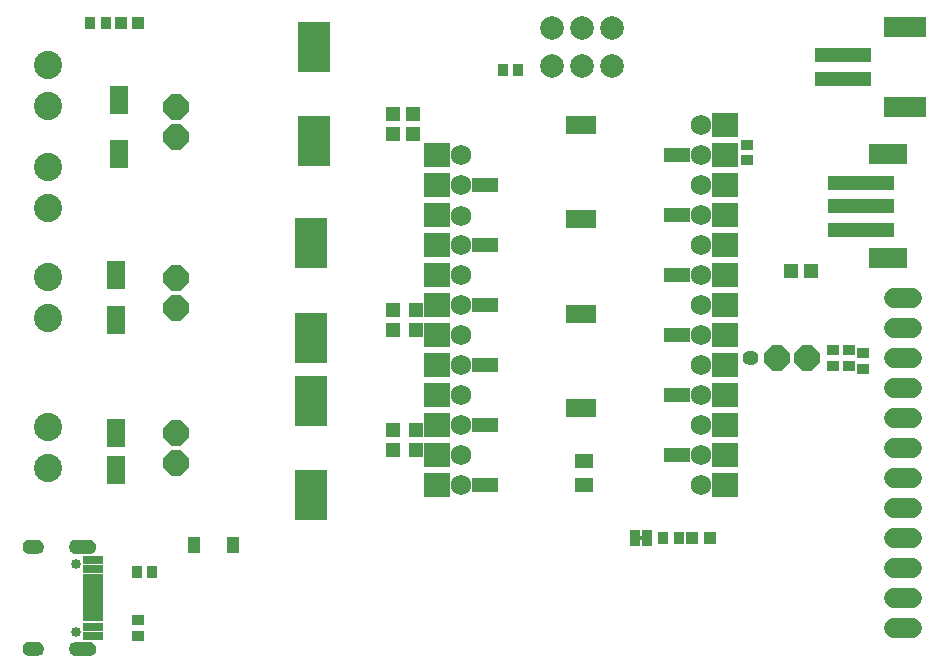
<source format=gbr>
G04 EAGLE Gerber RS-274X export*
G75*
%MOMM*%
%FSLAX34Y34*%
%LPD*%
%INSoldermask Top*%
%IPPOS*%
%AMOC8*
5,1,8,0,0,1.08239X$1,22.5*%
G01*
%ADD10C,2.387600*%
%ADD11R,2.703200X4.203200*%
%ADD12R,1.203200X1.303200*%
%ADD13R,1.603200X2.403200*%
%ADD14P,2.309387X8X22.500000*%
%ADD15P,2.309387X8X202.500000*%
%ADD16C,2.003200*%
%ADD17R,0.903200X1.053200*%
%ADD18R,0.838200X1.473200*%
%ADD19R,1.003200X1.003200*%
%ADD20C,1.727200*%
%ADD21R,2.203200X2.003200*%
%ADD22R,2.203200X1.203200*%
%ADD23C,1.727200*%
%ADD24R,2.533200X1.573200*%
%ADD25R,1.503200X1.303200*%
%ADD26R,1.303200X1.203200*%
%ADD27R,1.053200X0.903200*%
%ADD28R,1.653200X0.503200*%
%ADD29R,1.653200X0.803200*%
%ADD30R,1.653200X0.753200*%
%ADD31C,0.853200*%
%ADD32R,5.703200X1.203200*%
%ADD33R,3.203200X1.803200*%
%ADD34R,4.803200X1.203200*%
%ADD35R,3.603200X1.803200*%
%ADD36R,0.403200X0.703200*%
%ADD37P,2.309387X8X292.500000*%
%ADD38R,1.113200X1.423200*%

G36*
X73004Y107004D02*
X73004Y107004D01*
X73007Y107001D01*
X74129Y107156D01*
X74134Y107161D01*
X74138Y107158D01*
X75209Y107529D01*
X75213Y107535D01*
X75218Y107533D01*
X76195Y108106D01*
X76198Y108112D01*
X76203Y108111D01*
X77050Y108864D01*
X77052Y108871D01*
X77057Y108871D01*
X77741Y109774D01*
X77741Y109781D01*
X77746Y109782D01*
X78241Y110801D01*
X78239Y110808D01*
X78244Y110810D01*
X78531Y111907D01*
X78529Y111911D01*
X78531Y111912D01*
X78529Y111914D01*
X78532Y111916D01*
X78599Y113047D01*
X78597Y113051D01*
X78599Y113053D01*
X78532Y114184D01*
X78527Y114189D01*
X78531Y114193D01*
X78244Y115290D01*
X78238Y115294D01*
X78241Y115299D01*
X77746Y116318D01*
X77740Y116321D01*
X77741Y116326D01*
X77057Y117229D01*
X77050Y117231D01*
X77050Y117236D01*
X76203Y117989D01*
X76196Y117989D01*
X76195Y117994D01*
X75218Y118567D01*
X75211Y118566D01*
X75209Y118571D01*
X74138Y118942D01*
X74132Y118939D01*
X74129Y118944D01*
X73007Y119099D01*
X73002Y119096D01*
X73000Y119099D01*
X61000Y119099D01*
X60995Y119096D01*
X60992Y119099D01*
X59725Y118894D01*
X59719Y118888D01*
X59715Y118891D01*
X58525Y118409D01*
X58521Y118402D01*
X58515Y118404D01*
X57462Y117670D01*
X57460Y117662D01*
X57454Y117663D01*
X56591Y116713D01*
X56590Y116704D01*
X56585Y116704D01*
X55955Y115585D01*
X55956Y115577D01*
X55950Y115575D01*
X55585Y114345D01*
X55588Y114337D01*
X55583Y114334D01*
X55501Y113053D01*
X55504Y113049D01*
X55501Y113047D01*
X55583Y111766D01*
X55589Y111760D01*
X55585Y111755D01*
X55950Y110525D01*
X55957Y110520D01*
X55955Y110515D01*
X56585Y109396D01*
X56592Y109393D01*
X56591Y109387D01*
X57454Y108437D01*
X57462Y108436D01*
X57462Y108430D01*
X58515Y107696D01*
X58523Y107696D01*
X58525Y107691D01*
X59715Y107209D01*
X59722Y107211D01*
X59725Y107206D01*
X60992Y107001D01*
X60997Y107004D01*
X61000Y107001D01*
X73000Y107001D01*
X73004Y107004D01*
G37*
G36*
X73004Y20604D02*
X73004Y20604D01*
X73007Y20601D01*
X74129Y20756D01*
X74134Y20761D01*
X74138Y20758D01*
X75209Y21129D01*
X75213Y21135D01*
X75218Y21133D01*
X76195Y21706D01*
X76198Y21712D01*
X76203Y21711D01*
X77050Y22464D01*
X77052Y22471D01*
X77057Y22471D01*
X77741Y23374D01*
X77741Y23381D01*
X77746Y23382D01*
X78241Y24401D01*
X78239Y24408D01*
X78244Y24410D01*
X78531Y25507D01*
X78529Y25511D01*
X78531Y25512D01*
X78529Y25514D01*
X78532Y25516D01*
X78599Y26647D01*
X78597Y26651D01*
X78599Y26653D01*
X78532Y27784D01*
X78527Y27789D01*
X78531Y27793D01*
X78244Y28890D01*
X78238Y28894D01*
X78241Y28899D01*
X77746Y29918D01*
X77740Y29921D01*
X77741Y29926D01*
X77057Y30829D01*
X77050Y30831D01*
X77050Y30836D01*
X76203Y31589D01*
X76196Y31589D01*
X76195Y31594D01*
X75218Y32167D01*
X75211Y32166D01*
X75209Y32171D01*
X74138Y32542D01*
X74132Y32539D01*
X74129Y32544D01*
X73007Y32699D01*
X73002Y32696D01*
X73000Y32699D01*
X61000Y32699D01*
X60995Y32696D01*
X60992Y32699D01*
X59725Y32494D01*
X59719Y32488D01*
X59715Y32491D01*
X58525Y32009D01*
X58521Y32002D01*
X58515Y32004D01*
X57462Y31270D01*
X57460Y31262D01*
X57454Y31263D01*
X56591Y30313D01*
X56590Y30304D01*
X56585Y30304D01*
X55955Y29185D01*
X55956Y29177D01*
X55950Y29175D01*
X55585Y27945D01*
X55588Y27937D01*
X55583Y27934D01*
X55501Y26653D01*
X55504Y26649D01*
X55501Y26647D01*
X55583Y25366D01*
X55589Y25360D01*
X55585Y25355D01*
X55950Y24125D01*
X55957Y24120D01*
X55955Y24115D01*
X56585Y22996D01*
X56592Y22993D01*
X56591Y22987D01*
X57454Y22037D01*
X57462Y22036D01*
X57462Y22030D01*
X58515Y21296D01*
X58523Y21296D01*
X58525Y21291D01*
X59715Y20809D01*
X59722Y20811D01*
X59725Y20806D01*
X60992Y20601D01*
X60997Y20604D01*
X61000Y20601D01*
X73000Y20601D01*
X73004Y20604D01*
G37*
G36*
X28203Y107003D02*
X28203Y107003D01*
X28205Y107001D01*
X29381Y107112D01*
X29386Y107117D01*
X29390Y107114D01*
X30522Y107452D01*
X30526Y107458D01*
X30531Y107456D01*
X31575Y108008D01*
X31578Y108015D01*
X31583Y108013D01*
X32499Y108759D01*
X32500Y108766D01*
X32506Y108766D01*
X33259Y109676D01*
X33259Y109683D01*
X33264Y109684D01*
X33825Y110723D01*
X33824Y110728D01*
X33828Y110730D01*
X33827Y110731D01*
X33829Y110732D01*
X34176Y111861D01*
X34176Y111862D01*
X34177Y111863D01*
X34174Y111867D01*
X34178Y111870D01*
X34299Y113045D01*
X34295Y113052D01*
X34299Y113056D01*
X34142Y114396D01*
X34137Y114402D01*
X34140Y114407D01*
X33689Y115678D01*
X33682Y115683D01*
X33684Y115688D01*
X32962Y116827D01*
X32954Y116830D01*
X32955Y116836D01*
X31997Y117786D01*
X31989Y117787D01*
X31988Y117793D01*
X30843Y118506D01*
X30835Y118505D01*
X30833Y118511D01*
X29557Y118951D01*
X29550Y118949D01*
X29547Y118953D01*
X28205Y119099D01*
X28202Y119097D01*
X28200Y119099D01*
X22200Y119099D01*
X22197Y119097D01*
X22194Y119099D01*
X20865Y118944D01*
X20859Y118938D01*
X20855Y118941D01*
X19594Y118494D01*
X19589Y118487D01*
X19584Y118489D01*
X18454Y117772D01*
X18451Y117765D01*
X18445Y117766D01*
X17503Y116816D01*
X17502Y116807D01*
X17496Y116807D01*
X16789Y115671D01*
X16790Y115663D01*
X16784Y115661D01*
X16348Y114396D01*
X16350Y114388D01*
X16345Y114386D01*
X16201Y113055D01*
X16205Y113049D01*
X16201Y113045D01*
X16311Y111879D01*
X16316Y111874D01*
X16313Y111870D01*
X16648Y110747D01*
X16654Y110743D01*
X16652Y110739D01*
X17200Y109703D01*
X17206Y109700D01*
X17205Y109695D01*
X17944Y108787D01*
X17951Y108785D01*
X17951Y108780D01*
X18853Y108033D01*
X18861Y108033D01*
X18861Y108028D01*
X19892Y107471D01*
X19899Y107472D01*
X19901Y107467D01*
X21020Y107123D01*
X21027Y107125D01*
X21030Y107121D01*
X22195Y107001D01*
X22198Y107003D01*
X22200Y107001D01*
X28200Y107001D01*
X28203Y107003D01*
G37*
G36*
X28203Y20603D02*
X28203Y20603D01*
X28205Y20601D01*
X29381Y20712D01*
X29386Y20717D01*
X29390Y20714D01*
X30522Y21052D01*
X30526Y21058D01*
X30531Y21056D01*
X31575Y21608D01*
X31578Y21615D01*
X31583Y21613D01*
X32499Y22359D01*
X32500Y22366D01*
X32506Y22366D01*
X33259Y23276D01*
X33259Y23283D01*
X33264Y23284D01*
X33825Y24323D01*
X33824Y24328D01*
X33828Y24330D01*
X33827Y24331D01*
X33829Y24332D01*
X34176Y25461D01*
X34176Y25462D01*
X34177Y25463D01*
X34174Y25467D01*
X34178Y25470D01*
X34299Y26645D01*
X34295Y26652D01*
X34299Y26656D01*
X34142Y27996D01*
X34137Y28002D01*
X34140Y28007D01*
X33689Y29278D01*
X33682Y29283D01*
X33684Y29288D01*
X32962Y30427D01*
X32954Y30430D01*
X32955Y30436D01*
X31997Y31386D01*
X31989Y31387D01*
X31988Y31393D01*
X30843Y32106D01*
X30835Y32105D01*
X30833Y32111D01*
X29557Y32551D01*
X29550Y32549D01*
X29547Y32553D01*
X28205Y32699D01*
X28202Y32697D01*
X28200Y32699D01*
X22200Y32699D01*
X22197Y32697D01*
X22194Y32699D01*
X20865Y32544D01*
X20859Y32538D01*
X20855Y32541D01*
X19594Y32094D01*
X19589Y32087D01*
X19584Y32089D01*
X18454Y31372D01*
X18451Y31365D01*
X18445Y31366D01*
X17503Y30416D01*
X17502Y30407D01*
X17496Y30407D01*
X16789Y29271D01*
X16790Y29263D01*
X16784Y29261D01*
X16348Y27996D01*
X16350Y27988D01*
X16345Y27986D01*
X16201Y26655D01*
X16205Y26649D01*
X16201Y26645D01*
X16311Y25479D01*
X16316Y25474D01*
X16313Y25470D01*
X16648Y24347D01*
X16654Y24343D01*
X16652Y24339D01*
X17200Y23303D01*
X17206Y23300D01*
X17205Y23295D01*
X17944Y22387D01*
X17951Y22385D01*
X17951Y22380D01*
X18853Y21633D01*
X18861Y21633D01*
X18861Y21628D01*
X19892Y21071D01*
X19899Y21072D01*
X19901Y21067D01*
X21020Y20723D01*
X21027Y20725D01*
X21030Y20721D01*
X22195Y20601D01*
X22198Y20603D01*
X22200Y20601D01*
X28200Y20601D01*
X28203Y20603D01*
G37*
G36*
X634394Y267358D02*
X634394Y267358D01*
X634443Y267358D01*
X635449Y267527D01*
X635489Y267543D01*
X635557Y267558D01*
X636500Y267948D01*
X636536Y267972D01*
X636598Y268002D01*
X637431Y268591D01*
X637460Y268622D01*
X637514Y268665D01*
X638195Y269425D01*
X638217Y269463D01*
X638260Y269517D01*
X638755Y270409D01*
X638768Y270450D01*
X638797Y270512D01*
X639081Y271492D01*
X639085Y271535D01*
X639100Y271603D01*
X639158Y272621D01*
X639157Y272634D01*
X639159Y272650D01*
X639159Y273750D01*
X639154Y273774D01*
X639156Y273806D01*
X639046Y274785D01*
X639033Y274826D01*
X639021Y274894D01*
X638695Y275824D01*
X638673Y275861D01*
X638647Y275925D01*
X638123Y276759D01*
X638093Y276790D01*
X638053Y276846D01*
X637356Y277543D01*
X637320Y277567D01*
X637269Y277613D01*
X636435Y278137D01*
X636394Y278152D01*
X636334Y278185D01*
X635404Y278511D01*
X635361Y278517D01*
X635295Y278536D01*
X634359Y278641D01*
X634317Y278667D01*
X634240Y278716D01*
X634231Y278717D01*
X634224Y278722D01*
X634060Y278749D01*
X630560Y278749D01*
X630516Y278740D01*
X630429Y278732D01*
X629336Y278435D01*
X629300Y278417D01*
X629243Y278400D01*
X628230Y277893D01*
X628199Y277869D01*
X628146Y277840D01*
X627253Y277144D01*
X627227Y277113D01*
X627181Y277076D01*
X626777Y276605D01*
X626758Y276571D01*
X626721Y276525D01*
X626417Y275984D01*
X626404Y275946D01*
X626377Y275894D01*
X626185Y275304D01*
X626181Y275267D01*
X626165Y275215D01*
X625865Y272915D01*
X625868Y272878D01*
X625862Y272827D01*
X625861Y272826D01*
X625861Y272825D01*
X625905Y271961D01*
X625914Y271924D01*
X625918Y271869D01*
X626121Y271028D01*
X626138Y270994D01*
X626152Y270940D01*
X626508Y270152D01*
X626517Y270139D01*
X626518Y270136D01*
X626533Y270117D01*
X626554Y270071D01*
X627051Y269363D01*
X627081Y269335D01*
X627117Y269287D01*
X627921Y268528D01*
X627957Y268505D01*
X628007Y268463D01*
X628955Y267894D01*
X628995Y267880D01*
X629053Y267849D01*
X630101Y267496D01*
X630143Y267491D01*
X630207Y267473D01*
X631306Y267354D01*
X631330Y267356D01*
X631360Y267351D01*
X634360Y267351D01*
X634394Y267358D01*
G37*
G36*
X541720Y118757D02*
X541720Y118757D01*
X541786Y118759D01*
X541829Y118777D01*
X541876Y118785D01*
X541933Y118819D01*
X541993Y118844D01*
X542028Y118875D01*
X542069Y118900D01*
X542111Y118951D01*
X542159Y118995D01*
X542181Y119037D01*
X542210Y119074D01*
X542231Y119136D01*
X542262Y119195D01*
X542270Y119249D01*
X542282Y119286D01*
X542281Y119326D01*
X542289Y119380D01*
X542289Y121920D01*
X542278Y121985D01*
X542276Y122051D01*
X542258Y122094D01*
X542250Y122141D01*
X542216Y122198D01*
X542191Y122258D01*
X542160Y122293D01*
X542135Y122334D01*
X542084Y122376D01*
X542040Y122424D01*
X541998Y122446D01*
X541961Y122475D01*
X541899Y122496D01*
X541840Y122527D01*
X541786Y122535D01*
X541749Y122547D01*
X541709Y122546D01*
X541655Y122554D01*
X537845Y122554D01*
X537780Y122543D01*
X537714Y122541D01*
X537671Y122523D01*
X537624Y122515D01*
X537567Y122481D01*
X537507Y122456D01*
X537472Y122425D01*
X537431Y122400D01*
X537390Y122349D01*
X537341Y122305D01*
X537319Y122263D01*
X537290Y122226D01*
X537269Y122164D01*
X537238Y122105D01*
X537230Y122051D01*
X537218Y122014D01*
X537218Y122011D01*
X537219Y121974D01*
X537211Y121920D01*
X537211Y119380D01*
X537222Y119315D01*
X537224Y119249D01*
X537242Y119206D01*
X537250Y119159D01*
X537284Y119102D01*
X537309Y119042D01*
X537340Y119007D01*
X537365Y118966D01*
X537416Y118925D01*
X537460Y118876D01*
X537502Y118854D01*
X537539Y118825D01*
X537601Y118804D01*
X537660Y118773D01*
X537714Y118765D01*
X537751Y118753D01*
X537791Y118754D01*
X537845Y118746D01*
X541655Y118746D01*
X541720Y118757D01*
G37*
D10*
X38100Y341850D03*
X38100Y306850D03*
D11*
X262890Y456570D03*
X262890Y536570D03*
D12*
X330200Y462670D03*
X330200Y479670D03*
X346710Y462670D03*
X346710Y479670D03*
D11*
X260350Y370200D03*
X260350Y290200D03*
D12*
X349250Y313300D03*
X349250Y296300D03*
X330200Y313300D03*
X330200Y296300D03*
D11*
X260350Y156850D03*
X260350Y236850D03*
D12*
X330200Y194700D03*
X330200Y211700D03*
X349250Y194700D03*
X349250Y211700D03*
D13*
X97790Y445770D03*
X95250Y209550D03*
X95250Y342900D03*
X95250Y304800D03*
X95250Y177800D03*
X97790Y491490D03*
D14*
X146050Y459740D03*
X146050Y485140D03*
D15*
X146050Y340360D03*
X146050Y314960D03*
D14*
X146050Y184150D03*
X146050Y209550D03*
D16*
X489820Y520450D03*
X489820Y552450D03*
X514820Y552450D03*
X464820Y552450D03*
X464820Y520450D03*
X514820Y520450D03*
D17*
X422760Y516890D03*
X435760Y516890D03*
D18*
X534670Y120650D03*
X544830Y120650D03*
D17*
X558650Y120650D03*
X571650Y120650D03*
D19*
X598050Y120650D03*
X583050Y120650D03*
D20*
X754380Y323850D02*
X769620Y323850D01*
X769620Y298450D02*
X754380Y298450D01*
X754380Y273050D02*
X769620Y273050D01*
X769620Y247650D02*
X754380Y247650D01*
X754380Y222250D02*
X769620Y222250D01*
X769620Y196850D02*
X754380Y196850D01*
X754380Y171450D02*
X769620Y171450D01*
X769620Y146050D02*
X754380Y146050D01*
X754380Y120650D02*
X769620Y120650D01*
X769620Y95250D02*
X754380Y95250D01*
X754380Y69850D02*
X769620Y69850D01*
X769620Y44450D02*
X754380Y44450D01*
D21*
X367350Y444500D03*
D22*
X407350Y419100D03*
X407350Y368300D03*
X407350Y317500D03*
X407350Y266700D03*
X407350Y215900D03*
X407350Y165100D03*
X570550Y190500D03*
X570550Y241300D03*
X570550Y292100D03*
X570550Y342900D03*
X570550Y393700D03*
X570550Y444500D03*
D21*
X610550Y469900D03*
D23*
X387350Y444500D03*
X387350Y419100D03*
X387350Y393300D03*
X387350Y368300D03*
X387350Y342900D03*
X387350Y317500D03*
X387350Y292100D03*
X387350Y266700D03*
X387350Y241300D03*
X387350Y215900D03*
X387350Y190500D03*
X387350Y165100D03*
X590550Y165100D03*
X590550Y190500D03*
X590550Y215900D03*
X590550Y241300D03*
X590550Y266700D03*
X590550Y292100D03*
X590550Y317500D03*
X590550Y342900D03*
X590550Y368300D03*
X590550Y393700D03*
X590550Y419100D03*
X590550Y444500D03*
X590550Y469900D03*
D21*
X367350Y419100D03*
X367350Y393700D03*
X367350Y368300D03*
X367350Y342900D03*
X367350Y317500D03*
X367350Y292100D03*
X367350Y266700D03*
X367350Y241300D03*
X367350Y215900D03*
X367350Y190500D03*
X367350Y165100D03*
X610550Y444500D03*
X610550Y419100D03*
X610550Y393700D03*
X610550Y368300D03*
X610550Y342900D03*
X610550Y317500D03*
X610550Y292100D03*
X610550Y266700D03*
X610550Y241300D03*
X610550Y215900D03*
X610550Y190500D03*
X610550Y165100D03*
D24*
X488950Y470300D03*
X488950Y390300D03*
X488950Y310300D03*
X488950Y230300D03*
D25*
X491627Y185614D03*
X491627Y165614D03*
D26*
X684140Y346710D03*
X667140Y346710D03*
D27*
X114300Y37950D03*
X114300Y50950D03*
D17*
X125880Y91440D03*
X112880Y91440D03*
D28*
X76200Y62350D03*
X76200Y67350D03*
D29*
X76200Y37600D03*
D30*
X76200Y45350D03*
D28*
X76200Y52350D03*
X76200Y57350D03*
X76200Y77350D03*
X76200Y72350D03*
D29*
X76200Y102100D03*
D30*
X76200Y94350D03*
D28*
X76200Y87350D03*
X76200Y82350D03*
D31*
X61750Y98750D03*
X61750Y40950D03*
D32*
X726440Y401320D03*
X726440Y381320D03*
X726440Y421320D03*
D33*
X748940Y357320D03*
X748940Y445320D03*
D10*
X38100Y520920D03*
X38100Y485920D03*
X38100Y214850D03*
X38100Y179850D03*
D34*
X711030Y529430D03*
X711030Y509430D03*
D35*
X763030Y553430D03*
X763030Y485430D03*
D27*
X727710Y264010D03*
X727710Y277010D03*
X716280Y279550D03*
X716280Y266550D03*
D36*
X634560Y273050D03*
X630360Y273050D03*
D27*
X629920Y440540D03*
X629920Y453540D03*
X702310Y279550D03*
X702310Y266550D03*
D37*
X655320Y273050D03*
X680720Y273050D03*
D17*
X73510Y556260D03*
X86510Y556260D03*
D19*
X114180Y556260D03*
X99180Y556260D03*
D38*
X194175Y114300D03*
X161425Y114300D03*
D10*
X38100Y434560D03*
X38100Y399560D03*
M02*

</source>
